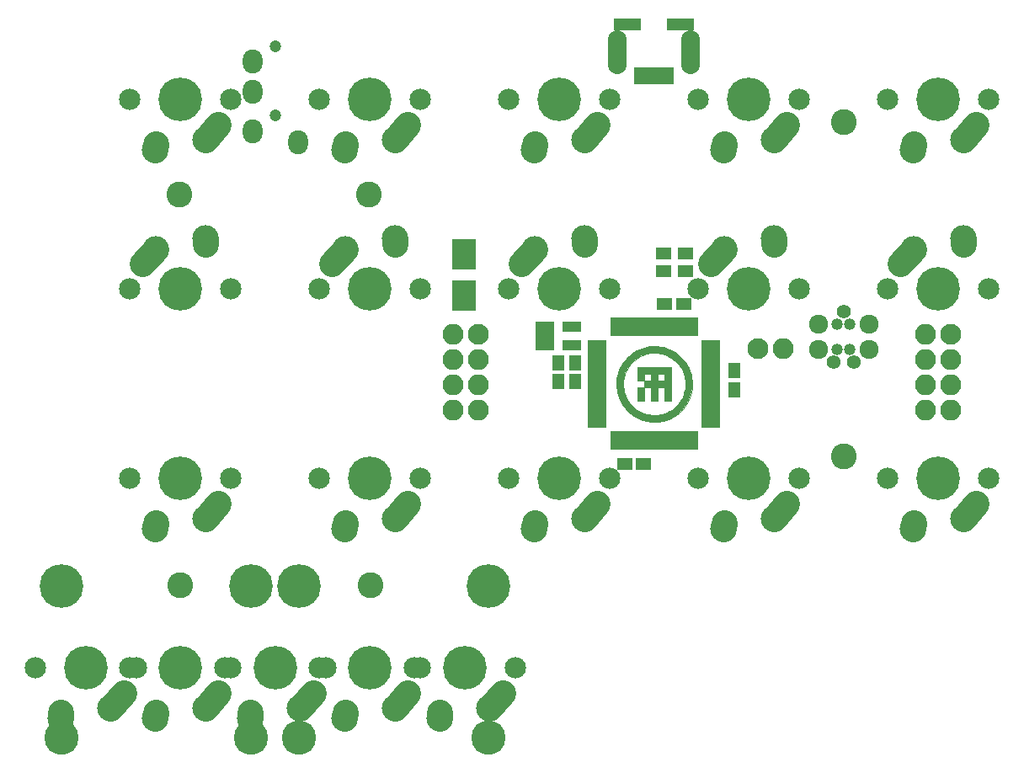
<source format=gbs>
G04 #@! TF.FileFunction,Soldermask,Bot*
%FSLAX46Y46*%
G04 Gerber Fmt 4.6, Leading zero omitted, Abs format (unit mm)*
G04 Created by KiCad (PCBNEW 4.0.7) date 06/12/18 21:15:04*
%MOMM*%
%LPD*%
G01*
G04 APERTURE LIST*
%ADD10C,0.100000*%
%ADD11C,0.010000*%
%ADD12C,2.100000*%
%ADD13O,2.100000X2.100000*%
%ADD14O,2.000000X2.400000*%
%ADD15C,1.200000*%
%ADD16C,2.650000*%
%ADD17C,2.650000*%
%ADD18C,4.387800*%
%ADD19C,2.150000*%
%ADD20R,2.750000X1.200000*%
%ADD21R,0.900000X1.800000*%
%ADD22O,1.900000X4.400000*%
%ADD23C,3.448000*%
%ADD24R,0.950000X1.900000*%
%ADD25R,1.900000X0.950000*%
%ADD26R,1.600000X1.150000*%
%ADD27R,1.960000X1.050000*%
%ADD28C,1.184860*%
%ADD29C,1.388060*%
%ADD30C,1.385520*%
%ADD31C,1.924000*%
%ADD32R,1.150000X1.600000*%
%ADD33R,1.600000X1.300000*%
%ADD34R,2.430000X3.050000*%
%ADD35C,2.600000*%
G04 APERTURE END LIST*
D10*
D11*
G36*
X109247928Y-76941189D02*
X108967719Y-76967606D01*
X108688222Y-77014253D01*
X108672440Y-77017498D01*
X108414784Y-77081256D01*
X108160906Y-77164424D01*
X107912338Y-77266214D01*
X107670615Y-77385839D01*
X107437269Y-77522513D01*
X107213834Y-77675449D01*
X107001844Y-77843861D01*
X106918180Y-77917574D01*
X106789656Y-78038716D01*
X106674171Y-78157560D01*
X106566226Y-78280124D01*
X106460320Y-78412429D01*
X106432625Y-78448920D01*
X106272573Y-78678117D01*
X106131321Y-78914839D01*
X106008652Y-79159571D01*
X105904348Y-79412797D01*
X105818191Y-79675001D01*
X105749962Y-79946669D01*
X105742061Y-79984349D01*
X105697077Y-80253043D01*
X105671568Y-80523734D01*
X105665523Y-80794760D01*
X105678933Y-81064460D01*
X105711786Y-81331174D01*
X105751510Y-81538805D01*
X105772725Y-81629136D01*
X105797252Y-81725222D01*
X105823383Y-81820842D01*
X105849412Y-81909774D01*
X105873629Y-81985799D01*
X105876675Y-81994760D01*
X105901238Y-82061831D01*
X105932247Y-82139542D01*
X105967838Y-82223783D01*
X106006150Y-82310446D01*
X106045316Y-82395423D01*
X106083476Y-82474603D01*
X106118763Y-82543880D01*
X106149316Y-82599144D01*
X106155477Y-82609440D01*
X106182393Y-82653496D01*
X106214511Y-82705976D01*
X106246390Y-82757995D01*
X106258101Y-82777080D01*
X106281871Y-82813897D01*
X106315055Y-82862646D01*
X106354704Y-82919134D01*
X106397868Y-82979165D01*
X106441600Y-83038545D01*
X106446858Y-83045577D01*
X106559806Y-83186934D01*
X106687295Y-83329896D01*
X106824563Y-83469705D01*
X106966855Y-83601601D01*
X107109409Y-83720826D01*
X107164423Y-83763142D01*
X107223434Y-83806740D01*
X107283611Y-83850133D01*
X107340759Y-83890371D01*
X107390683Y-83924506D01*
X107429189Y-83949590D01*
X107432920Y-83951899D01*
X107482189Y-83982114D01*
X107535555Y-84014791D01*
X107584130Y-84044492D01*
X107600560Y-84054523D01*
X107643303Y-84078779D01*
X107700935Y-84108823D01*
X107769527Y-84142778D01*
X107845152Y-84178766D01*
X107923881Y-84214908D01*
X108001784Y-84249326D01*
X108057760Y-84273067D01*
X108243263Y-84342496D01*
X108443159Y-84403300D01*
X108653018Y-84454509D01*
X108868408Y-84495149D01*
X109084899Y-84524249D01*
X109271880Y-84539487D01*
X109341376Y-84543258D01*
X109396538Y-84545889D01*
X109442571Y-84547376D01*
X109484679Y-84547713D01*
X109528065Y-84546897D01*
X109577934Y-84544921D01*
X109639489Y-84541781D01*
X109688440Y-84539103D01*
X109936453Y-84517123D01*
X110181133Y-84478472D01*
X110424594Y-84422613D01*
X110668947Y-84349004D01*
X110916305Y-84257109D01*
X111095600Y-84180154D01*
X111221152Y-84118740D01*
X111355205Y-84044829D01*
X111493117Y-83961422D01*
X111630246Y-83871521D01*
X111761950Y-83778126D01*
X111883586Y-83684238D01*
X111954120Y-83625177D01*
X112154055Y-83438597D01*
X112339909Y-83238787D01*
X112510945Y-83026987D01*
X112666427Y-82804442D01*
X112805618Y-82572393D01*
X112927781Y-82332082D01*
X113032178Y-82084752D01*
X113118074Y-81831645D01*
X113184730Y-81574004D01*
X113192502Y-81537560D01*
X113240295Y-81258121D01*
X113267856Y-80977937D01*
X113273685Y-80755160D01*
X112597697Y-80755160D01*
X112593165Y-80916576D01*
X112582534Y-81074864D01*
X112565871Y-81224418D01*
X112562527Y-81248000D01*
X112523489Y-81452477D01*
X112466413Y-81660207D01*
X112392601Y-81868217D01*
X112303358Y-82073533D01*
X112199987Y-82273183D01*
X112083792Y-82464192D01*
X111956076Y-82643589D01*
X111943421Y-82659882D01*
X111779552Y-82852881D01*
X111601535Y-83031566D01*
X111410291Y-83195253D01*
X111206742Y-83343259D01*
X110991812Y-83474897D01*
X110766421Y-83589486D01*
X110589306Y-83664511D01*
X110454797Y-83712037D01*
X110307913Y-83755558D01*
X110155639Y-83793372D01*
X110004961Y-83823776D01*
X109862865Y-83845068D01*
X109835760Y-83848118D01*
X109787881Y-83853189D01*
X109744537Y-83857816D01*
X109711636Y-83861367D01*
X109698600Y-83862803D01*
X109664098Y-83865205D01*
X109613720Y-83866783D01*
X109551893Y-83867571D01*
X109483043Y-83867605D01*
X109411598Y-83866917D01*
X109341983Y-83865543D01*
X109278626Y-83863517D01*
X109225952Y-83860873D01*
X109200760Y-83858952D01*
X108949221Y-83825687D01*
X108701301Y-83772859D01*
X108458594Y-83700948D01*
X108222691Y-83610433D01*
X107995182Y-83501794D01*
X107967851Y-83487200D01*
X107890455Y-83442671D01*
X107803277Y-83387940D01*
X107711495Y-83326558D01*
X107620289Y-83262073D01*
X107534835Y-83198037D01*
X107468480Y-83144853D01*
X107280706Y-82975257D01*
X107108692Y-82793134D01*
X106952847Y-82599266D01*
X106813576Y-82394434D01*
X106691286Y-82179421D01*
X106586383Y-81955008D01*
X106499276Y-81721977D01*
X106430368Y-81481111D01*
X106380069Y-81233192D01*
X106350075Y-80993945D01*
X106345390Y-80918703D01*
X106343037Y-80829408D01*
X106342893Y-80731427D01*
X106344832Y-80630128D01*
X106348732Y-80530878D01*
X106354470Y-80439045D01*
X106361920Y-80359996D01*
X106365290Y-80333600D01*
X106396345Y-80149267D01*
X106437118Y-79966650D01*
X106486130Y-79791607D01*
X106541899Y-79629994D01*
X106545489Y-79620694D01*
X106644848Y-79392026D01*
X106761060Y-79173053D01*
X106893197Y-78964718D01*
X107040333Y-78767964D01*
X107201539Y-78583733D01*
X107375889Y-78412969D01*
X107562455Y-78256615D01*
X107760311Y-78115613D01*
X107968528Y-77990906D01*
X108186179Y-77883437D01*
X108301600Y-77835141D01*
X108450173Y-77779021D01*
X108587163Y-77732725D01*
X108716815Y-77695465D01*
X108843376Y-77666448D01*
X108971090Y-77644886D01*
X109104203Y-77629987D01*
X109246961Y-77620962D01*
X109403608Y-77617020D01*
X109475080Y-77616691D01*
X109588252Y-77617333D01*
X109685361Y-77619392D01*
X109770639Y-77623234D01*
X109848317Y-77629228D01*
X109922626Y-77637741D01*
X109997798Y-77649143D01*
X110078062Y-77663801D01*
X110125320Y-77673263D01*
X110230225Y-77698066D01*
X110346887Y-77731330D01*
X110469631Y-77771078D01*
X110592781Y-77815330D01*
X110710662Y-77862107D01*
X110817598Y-77909430D01*
X110855655Y-77927880D01*
X111029885Y-78022488D01*
X111202445Y-78130819D01*
X111369509Y-78249995D01*
X111527253Y-78377137D01*
X111671851Y-78509367D01*
X111784596Y-78626991D01*
X111949231Y-78825509D01*
X112096163Y-79032933D01*
X112225061Y-79248559D01*
X112335597Y-79471687D01*
X112427440Y-79701615D01*
X112500262Y-79937641D01*
X112553732Y-80179062D01*
X112574009Y-80308200D01*
X112588187Y-80445366D01*
X112596060Y-80596222D01*
X112597697Y-80755160D01*
X113273685Y-80755160D01*
X113275192Y-80697596D01*
X113262310Y-80417691D01*
X113229218Y-80138811D01*
X113175922Y-79861548D01*
X113172303Y-79845920D01*
X113110805Y-79620283D01*
X113031555Y-79391785D01*
X112936059Y-79164046D01*
X112825825Y-78940686D01*
X112713690Y-78743824D01*
X112586561Y-78551283D01*
X112441750Y-78361270D01*
X112281896Y-78176601D01*
X112109634Y-78000092D01*
X111927602Y-77834558D01*
X111738437Y-77682815D01*
X111679536Y-77639572D01*
X111468924Y-77499375D01*
X111246464Y-77372255D01*
X111015366Y-77259681D01*
X110778841Y-77163122D01*
X110540099Y-77084048D01*
X110364080Y-77037697D01*
X110086926Y-76983259D01*
X109808122Y-76949023D01*
X109528259Y-76934998D01*
X109247928Y-76941189D01*
X109247928Y-76941189D01*
G37*
X109247928Y-76941189D02*
X108967719Y-76967606D01*
X108688222Y-77014253D01*
X108672440Y-77017498D01*
X108414784Y-77081256D01*
X108160906Y-77164424D01*
X107912338Y-77266214D01*
X107670615Y-77385839D01*
X107437269Y-77522513D01*
X107213834Y-77675449D01*
X107001844Y-77843861D01*
X106918180Y-77917574D01*
X106789656Y-78038716D01*
X106674171Y-78157560D01*
X106566226Y-78280124D01*
X106460320Y-78412429D01*
X106432625Y-78448920D01*
X106272573Y-78678117D01*
X106131321Y-78914839D01*
X106008652Y-79159571D01*
X105904348Y-79412797D01*
X105818191Y-79675001D01*
X105749962Y-79946669D01*
X105742061Y-79984349D01*
X105697077Y-80253043D01*
X105671568Y-80523734D01*
X105665523Y-80794760D01*
X105678933Y-81064460D01*
X105711786Y-81331174D01*
X105751510Y-81538805D01*
X105772725Y-81629136D01*
X105797252Y-81725222D01*
X105823383Y-81820842D01*
X105849412Y-81909774D01*
X105873629Y-81985799D01*
X105876675Y-81994760D01*
X105901238Y-82061831D01*
X105932247Y-82139542D01*
X105967838Y-82223783D01*
X106006150Y-82310446D01*
X106045316Y-82395423D01*
X106083476Y-82474603D01*
X106118763Y-82543880D01*
X106149316Y-82599144D01*
X106155477Y-82609440D01*
X106182393Y-82653496D01*
X106214511Y-82705976D01*
X106246390Y-82757995D01*
X106258101Y-82777080D01*
X106281871Y-82813897D01*
X106315055Y-82862646D01*
X106354704Y-82919134D01*
X106397868Y-82979165D01*
X106441600Y-83038545D01*
X106446858Y-83045577D01*
X106559806Y-83186934D01*
X106687295Y-83329896D01*
X106824563Y-83469705D01*
X106966855Y-83601601D01*
X107109409Y-83720826D01*
X107164423Y-83763142D01*
X107223434Y-83806740D01*
X107283611Y-83850133D01*
X107340759Y-83890371D01*
X107390683Y-83924506D01*
X107429189Y-83949590D01*
X107432920Y-83951899D01*
X107482189Y-83982114D01*
X107535555Y-84014791D01*
X107584130Y-84044492D01*
X107600560Y-84054523D01*
X107643303Y-84078779D01*
X107700935Y-84108823D01*
X107769527Y-84142778D01*
X107845152Y-84178766D01*
X107923881Y-84214908D01*
X108001784Y-84249326D01*
X108057760Y-84273067D01*
X108243263Y-84342496D01*
X108443159Y-84403300D01*
X108653018Y-84454509D01*
X108868408Y-84495149D01*
X109084899Y-84524249D01*
X109271880Y-84539487D01*
X109341376Y-84543258D01*
X109396538Y-84545889D01*
X109442571Y-84547376D01*
X109484679Y-84547713D01*
X109528065Y-84546897D01*
X109577934Y-84544921D01*
X109639489Y-84541781D01*
X109688440Y-84539103D01*
X109936453Y-84517123D01*
X110181133Y-84478472D01*
X110424594Y-84422613D01*
X110668947Y-84349004D01*
X110916305Y-84257109D01*
X111095600Y-84180154D01*
X111221152Y-84118740D01*
X111355205Y-84044829D01*
X111493117Y-83961422D01*
X111630246Y-83871521D01*
X111761950Y-83778126D01*
X111883586Y-83684238D01*
X111954120Y-83625177D01*
X112154055Y-83438597D01*
X112339909Y-83238787D01*
X112510945Y-83026987D01*
X112666427Y-82804442D01*
X112805618Y-82572393D01*
X112927781Y-82332082D01*
X113032178Y-82084752D01*
X113118074Y-81831645D01*
X113184730Y-81574004D01*
X113192502Y-81537560D01*
X113240295Y-81258121D01*
X113267856Y-80977937D01*
X113273685Y-80755160D01*
X112597697Y-80755160D01*
X112593165Y-80916576D01*
X112582534Y-81074864D01*
X112565871Y-81224418D01*
X112562527Y-81248000D01*
X112523489Y-81452477D01*
X112466413Y-81660207D01*
X112392601Y-81868217D01*
X112303358Y-82073533D01*
X112199987Y-82273183D01*
X112083792Y-82464192D01*
X111956076Y-82643589D01*
X111943421Y-82659882D01*
X111779552Y-82852881D01*
X111601535Y-83031566D01*
X111410291Y-83195253D01*
X111206742Y-83343259D01*
X110991812Y-83474897D01*
X110766421Y-83589486D01*
X110589306Y-83664511D01*
X110454797Y-83712037D01*
X110307913Y-83755558D01*
X110155639Y-83793372D01*
X110004961Y-83823776D01*
X109862865Y-83845068D01*
X109835760Y-83848118D01*
X109787881Y-83853189D01*
X109744537Y-83857816D01*
X109711636Y-83861367D01*
X109698600Y-83862803D01*
X109664098Y-83865205D01*
X109613720Y-83866783D01*
X109551893Y-83867571D01*
X109483043Y-83867605D01*
X109411598Y-83866917D01*
X109341983Y-83865543D01*
X109278626Y-83863517D01*
X109225952Y-83860873D01*
X109200760Y-83858952D01*
X108949221Y-83825687D01*
X108701301Y-83772859D01*
X108458594Y-83700948D01*
X108222691Y-83610433D01*
X107995182Y-83501794D01*
X107967851Y-83487200D01*
X107890455Y-83442671D01*
X107803277Y-83387940D01*
X107711495Y-83326558D01*
X107620289Y-83262073D01*
X107534835Y-83198037D01*
X107468480Y-83144853D01*
X107280706Y-82975257D01*
X107108692Y-82793134D01*
X106952847Y-82599266D01*
X106813576Y-82394434D01*
X106691286Y-82179421D01*
X106586383Y-81955008D01*
X106499276Y-81721977D01*
X106430368Y-81481111D01*
X106380069Y-81233192D01*
X106350075Y-80993945D01*
X106345390Y-80918703D01*
X106343037Y-80829408D01*
X106342893Y-80731427D01*
X106344832Y-80630128D01*
X106348732Y-80530878D01*
X106354470Y-80439045D01*
X106361920Y-80359996D01*
X106365290Y-80333600D01*
X106396345Y-80149267D01*
X106437118Y-79966650D01*
X106486130Y-79791607D01*
X106541899Y-79629994D01*
X106545489Y-79620694D01*
X106644848Y-79392026D01*
X106761060Y-79173053D01*
X106893197Y-78964718D01*
X107040333Y-78767964D01*
X107201539Y-78583733D01*
X107375889Y-78412969D01*
X107562455Y-78256615D01*
X107760311Y-78115613D01*
X107968528Y-77990906D01*
X108186179Y-77883437D01*
X108301600Y-77835141D01*
X108450173Y-77779021D01*
X108587163Y-77732725D01*
X108716815Y-77695465D01*
X108843376Y-77666448D01*
X108971090Y-77644886D01*
X109104203Y-77629987D01*
X109246961Y-77620962D01*
X109403608Y-77617020D01*
X109475080Y-77616691D01*
X109588252Y-77617333D01*
X109685361Y-77619392D01*
X109770639Y-77623234D01*
X109848317Y-77629228D01*
X109922626Y-77637741D01*
X109997798Y-77649143D01*
X110078062Y-77663801D01*
X110125320Y-77673263D01*
X110230225Y-77698066D01*
X110346887Y-77731330D01*
X110469631Y-77771078D01*
X110592781Y-77815330D01*
X110710662Y-77862107D01*
X110817598Y-77909430D01*
X110855655Y-77927880D01*
X111029885Y-78022488D01*
X111202445Y-78130819D01*
X111369509Y-78249995D01*
X111527253Y-78377137D01*
X111671851Y-78509367D01*
X111784596Y-78626991D01*
X111949231Y-78825509D01*
X112096163Y-79032933D01*
X112225061Y-79248559D01*
X112335597Y-79471687D01*
X112427440Y-79701615D01*
X112500262Y-79937641D01*
X112553732Y-80179062D01*
X112574009Y-80308200D01*
X112588187Y-80445366D01*
X112596060Y-80596222D01*
X112597697Y-80755160D01*
X113273685Y-80755160D01*
X113275192Y-80697596D01*
X113262310Y-80417691D01*
X113229218Y-80138811D01*
X113175922Y-79861548D01*
X113172303Y-79845920D01*
X113110805Y-79620283D01*
X113031555Y-79391785D01*
X112936059Y-79164046D01*
X112825825Y-78940686D01*
X112713690Y-78743824D01*
X112586561Y-78551283D01*
X112441750Y-78361270D01*
X112281896Y-78176601D01*
X112109634Y-78000092D01*
X111927602Y-77834558D01*
X111738437Y-77682815D01*
X111679536Y-77639572D01*
X111468924Y-77499375D01*
X111246464Y-77372255D01*
X111015366Y-77259681D01*
X110778841Y-77163122D01*
X110540099Y-77084048D01*
X110364080Y-77037697D01*
X110086926Y-76983259D01*
X109808122Y-76949023D01*
X109528259Y-76934998D01*
X109247928Y-76941189D01*
G36*
X107773280Y-80394560D02*
X108454000Y-80394560D01*
X108454000Y-79713840D01*
X108794496Y-79713840D01*
X109134991Y-79713839D01*
X109132316Y-80056740D01*
X109129640Y-80399640D01*
X108791820Y-80402316D01*
X108454000Y-80404993D01*
X108454000Y-81075280D01*
X109134720Y-81075280D01*
X109134720Y-82436720D01*
X109805136Y-82436720D01*
X109810360Y-81080360D01*
X110153260Y-81077684D01*
X110496160Y-81075009D01*
X110496160Y-82436720D01*
X111166720Y-82436720D01*
X111166720Y-80052371D01*
X110496160Y-80052371D01*
X110495960Y-80133414D01*
X110495393Y-80207918D01*
X110494505Y-80273462D01*
X110493347Y-80327626D01*
X110491965Y-80367990D01*
X110490410Y-80392135D01*
X110489252Y-80398081D01*
X110477789Y-80399658D01*
X110448437Y-80400949D01*
X110403627Y-80401924D01*
X110345790Y-80402554D01*
X110277356Y-80402808D01*
X110200755Y-80402656D01*
X110146352Y-80402314D01*
X109810360Y-80399640D01*
X109810360Y-79718920D01*
X110153260Y-79716244D01*
X110496160Y-79713569D01*
X110496160Y-80052371D01*
X111166720Y-80052371D01*
X111166720Y-79043280D01*
X107773280Y-79043280D01*
X107773280Y-80394560D01*
X107773280Y-80394560D01*
G37*
X107773280Y-80394560D02*
X108454000Y-80394560D01*
X108454000Y-79713840D01*
X108794496Y-79713840D01*
X109134991Y-79713839D01*
X109132316Y-80056740D01*
X109129640Y-80399640D01*
X108791820Y-80402316D01*
X108454000Y-80404993D01*
X108454000Y-81075280D01*
X109134720Y-81075280D01*
X109134720Y-82436720D01*
X109805136Y-82436720D01*
X109810360Y-81080360D01*
X110153260Y-81077684D01*
X110496160Y-81075009D01*
X110496160Y-82436720D01*
X111166720Y-82436720D01*
X111166720Y-80052371D01*
X110496160Y-80052371D01*
X110495960Y-80133414D01*
X110495393Y-80207918D01*
X110494505Y-80273462D01*
X110493347Y-80327626D01*
X110491965Y-80367990D01*
X110490410Y-80392135D01*
X110489252Y-80398081D01*
X110477789Y-80399658D01*
X110448437Y-80400949D01*
X110403627Y-80401924D01*
X110345790Y-80402554D01*
X110277356Y-80402808D01*
X110200755Y-80402656D01*
X110146352Y-80402314D01*
X109810360Y-80399640D01*
X109810360Y-79718920D01*
X110153260Y-79716244D01*
X110496160Y-79713569D01*
X110496160Y-80052371D01*
X111166720Y-80052371D01*
X111166720Y-79043280D01*
X107773280Y-79043280D01*
X107773280Y-80394560D01*
G36*
X107773280Y-82436720D02*
X108454145Y-82436720D01*
X108451533Y-81758540D01*
X108448920Y-81080360D01*
X107773280Y-81075006D01*
X107773280Y-82436720D01*
X107773280Y-82436720D01*
G37*
X107773280Y-82436720D02*
X108454145Y-82436720D01*
X108451533Y-81758540D01*
X108448920Y-81080360D01*
X107773280Y-81075006D01*
X107773280Y-82436720D01*
D12*
X139300000Y-75720000D03*
D13*
X136760000Y-75720000D03*
X139300000Y-78260000D03*
X136760000Y-78260000D03*
X139300000Y-80800000D03*
X136760000Y-80800000D03*
X139300000Y-83340000D03*
X136760000Y-83340000D03*
D14*
X73650000Y-56450000D03*
X69050000Y-55350000D03*
X69050000Y-48350000D03*
D15*
X71350000Y-53750000D03*
X71350000Y-46750000D03*
D14*
X69050000Y-51350000D03*
D16*
X59312500Y-56643750D02*
X59272500Y-57223750D01*
D17*
X59272500Y-57223750D03*
D16*
X65622500Y-54683750D02*
X64312498Y-56143750D01*
D18*
X61812500Y-52143750D03*
D17*
X64312500Y-56143750D03*
D19*
X66892500Y-52143750D03*
X56732500Y-52143750D03*
D16*
X64312500Y-66693750D02*
X64352500Y-66113750D01*
D17*
X64352500Y-66113750D03*
D16*
X58002500Y-68653750D02*
X59312502Y-67193750D01*
D18*
X61812500Y-71193750D03*
D17*
X59312500Y-67193750D03*
D19*
X56732500Y-71193750D03*
X66892500Y-71193750D03*
D16*
X78362500Y-56643750D02*
X78322500Y-57223750D01*
D17*
X78322500Y-57223750D03*
D16*
X84672500Y-54683750D02*
X83362498Y-56143750D01*
D18*
X80862500Y-52143750D03*
D17*
X83362500Y-56143750D03*
D19*
X85942500Y-52143750D03*
X75782500Y-52143750D03*
D16*
X83362500Y-66693750D02*
X83402500Y-66113750D01*
D17*
X83402500Y-66113750D03*
D16*
X77052500Y-68653750D02*
X78362502Y-67193750D01*
D18*
X80862500Y-71193750D03*
D17*
X78362500Y-67193750D03*
D19*
X75782500Y-71193750D03*
X85942500Y-71193750D03*
D16*
X97412500Y-56643750D02*
X97372500Y-57223750D01*
D17*
X97372500Y-57223750D03*
D16*
X103722500Y-54683750D02*
X102412498Y-56143750D01*
D18*
X99912500Y-52143750D03*
D17*
X102412500Y-56143750D03*
D19*
X104992500Y-52143750D03*
X94832500Y-52143750D03*
D16*
X102412500Y-66693750D02*
X102452500Y-66113750D01*
D17*
X102452500Y-66113750D03*
D16*
X96102500Y-68653750D02*
X97412502Y-67193750D01*
D18*
X99912500Y-71193750D03*
D17*
X97412500Y-67193750D03*
D19*
X94832500Y-71193750D03*
X104992500Y-71193750D03*
D16*
X116462500Y-56643750D02*
X116422500Y-57223750D01*
D17*
X116422500Y-57223750D03*
D16*
X122772500Y-54683750D02*
X121462498Y-56143750D01*
D18*
X118962500Y-52143750D03*
D17*
X121462500Y-56143750D03*
D19*
X124042500Y-52143750D03*
X113882500Y-52143750D03*
D16*
X121462500Y-66693750D02*
X121502500Y-66113750D01*
D17*
X121502500Y-66113750D03*
D16*
X115152500Y-68653750D02*
X116462502Y-67193750D01*
D18*
X118962500Y-71193750D03*
D17*
X116462500Y-67193750D03*
D19*
X113882500Y-71193750D03*
X124042500Y-71193750D03*
D16*
X135512500Y-56643750D02*
X135472500Y-57223750D01*
D17*
X135472500Y-57223750D03*
D16*
X141822500Y-54683750D02*
X140512498Y-56143750D01*
D18*
X138012500Y-52143750D03*
D17*
X140512500Y-56143750D03*
D19*
X143092500Y-52143750D03*
X132932500Y-52143750D03*
D16*
X140512500Y-66693750D02*
X140552500Y-66113750D01*
D17*
X140552500Y-66113750D03*
D16*
X134202500Y-68653750D02*
X135512502Y-67193750D01*
D18*
X138012500Y-71193750D03*
D17*
X135512500Y-67193750D03*
D19*
X132932500Y-71193750D03*
X143092500Y-71193750D03*
D20*
X112105000Y-44560000D03*
X106755000Y-44560000D03*
D21*
X107830000Y-49760000D03*
X108630000Y-49760000D03*
X109430000Y-49760000D03*
X110230000Y-49760000D03*
X111030000Y-49760000D03*
D22*
X105780000Y-47360000D03*
X113080000Y-47360000D03*
D16*
X59312500Y-94743750D02*
X59272500Y-95323750D01*
D17*
X59272500Y-95323750D03*
D16*
X65622500Y-92783750D02*
X64312498Y-94243750D01*
D18*
X61812500Y-90243750D03*
D17*
X64312500Y-94243750D03*
D19*
X66892500Y-90243750D03*
X56732500Y-90243750D03*
D16*
X78362500Y-94743750D02*
X78322500Y-95323750D01*
D17*
X78322500Y-95323750D03*
D16*
X84672500Y-92783750D02*
X83362498Y-94243750D01*
D18*
X80862500Y-90243750D03*
D17*
X83362500Y-94243750D03*
D19*
X85942500Y-90243750D03*
X75782500Y-90243750D03*
D16*
X97412500Y-94743750D02*
X97372500Y-95323750D01*
D17*
X97372500Y-95323750D03*
D16*
X103722500Y-92783750D02*
X102412498Y-94243750D01*
D18*
X99912500Y-90243750D03*
D17*
X102412500Y-94243750D03*
D19*
X104992500Y-90243750D03*
X94832500Y-90243750D03*
D16*
X116462500Y-94743750D02*
X116422500Y-95323750D01*
D17*
X116422500Y-95323750D03*
D16*
X122772500Y-92783750D02*
X121462498Y-94243750D01*
D18*
X118962500Y-90243750D03*
D17*
X121462500Y-94243750D03*
D19*
X124042500Y-90243750D03*
X113882500Y-90243750D03*
D16*
X135512500Y-94743750D02*
X135472500Y-95323750D01*
D17*
X135472500Y-95323750D03*
D16*
X141822500Y-92783750D02*
X140512498Y-94243750D01*
D18*
X138012500Y-90243750D03*
D17*
X140512500Y-94243750D03*
D19*
X143092500Y-90243750D03*
X132932500Y-90243750D03*
D16*
X49787500Y-113793750D02*
X49747500Y-114373750D01*
D17*
X49747500Y-114373750D03*
D16*
X56097500Y-111833750D02*
X54787498Y-113293750D01*
D18*
X52287500Y-109293750D03*
D17*
X54787500Y-113293750D03*
D19*
X57367500Y-109293750D03*
X47207500Y-109293750D03*
D16*
X78362500Y-113793750D02*
X78322500Y-114373750D01*
D17*
X78322500Y-114373750D03*
D16*
X84672500Y-111833750D02*
X83362498Y-113293750D01*
D18*
X80862500Y-109293750D03*
D17*
X83362500Y-113293750D03*
D19*
X85942500Y-109293750D03*
X75782500Y-109293750D03*
D23*
X92800500Y-116278750D03*
X68924500Y-116278750D03*
D18*
X92800500Y-101038750D03*
X68924500Y-101038750D03*
D16*
X87887500Y-113793750D02*
X87847500Y-114373750D01*
D17*
X87847500Y-114373750D03*
D16*
X94197500Y-111833750D02*
X92887498Y-113293750D01*
D18*
X90387500Y-109293750D03*
D17*
X92887500Y-113293750D03*
D19*
X95467500Y-109293750D03*
X85307500Y-109293750D03*
D16*
X59312500Y-113793750D02*
X59272500Y-114373750D01*
D17*
X59272500Y-114373750D03*
D16*
X65622500Y-111833750D02*
X64312498Y-113293750D01*
D18*
X61812500Y-109293750D03*
D17*
X64312500Y-113293750D03*
D19*
X66892500Y-109293750D03*
X56732500Y-109293750D03*
D23*
X73750500Y-116278750D03*
X49874500Y-116278750D03*
D18*
X73750500Y-101038750D03*
X49874500Y-101038750D03*
D16*
X68837500Y-113793750D02*
X68797500Y-114373750D01*
D17*
X68797500Y-114373750D03*
D16*
X75147500Y-111833750D02*
X73837498Y-113293750D01*
D18*
X71337500Y-109293750D03*
D17*
X73837500Y-113293750D03*
D19*
X76417500Y-109293750D03*
X66257500Y-109293750D03*
D24*
X113450000Y-86418750D03*
X112650000Y-86418750D03*
X111850000Y-86418750D03*
X111050000Y-86418750D03*
X110250000Y-86418750D03*
X109450000Y-86418750D03*
X108650000Y-86418750D03*
X107850000Y-86418750D03*
X107050000Y-86418750D03*
X106250000Y-86418750D03*
X105450000Y-86418750D03*
D25*
X103750000Y-84718750D03*
X103750000Y-83918750D03*
X103750000Y-83118750D03*
X103750000Y-82318750D03*
X103750000Y-81518750D03*
X103750000Y-80718750D03*
X103750000Y-79918750D03*
X103750000Y-79118750D03*
X103750000Y-78318750D03*
X103750000Y-77518750D03*
X103750000Y-76718750D03*
D24*
X105450000Y-75018750D03*
X106250000Y-75018750D03*
X107050000Y-75018750D03*
X107850000Y-75018750D03*
X108650000Y-75018750D03*
X109450000Y-75018750D03*
X110250000Y-75018750D03*
X111050000Y-75018750D03*
X111850000Y-75018750D03*
X112650000Y-75018750D03*
X113450000Y-75018750D03*
D25*
X115150000Y-76718750D03*
X115150000Y-77518750D03*
X115150000Y-78318750D03*
X115150000Y-79118750D03*
X115150000Y-79918750D03*
X115150000Y-80718750D03*
X115150000Y-81518750D03*
X115150000Y-82318750D03*
X115150000Y-83118750D03*
X115150000Y-83918750D03*
X115150000Y-84718750D03*
D26*
X106500000Y-88750000D03*
X108400000Y-88750000D03*
D12*
X91730000Y-75760000D03*
D13*
X89190000Y-75760000D03*
X91730000Y-78300000D03*
X89190000Y-78300000D03*
X91730000Y-80840000D03*
X89190000Y-80840000D03*
X91730000Y-83380000D03*
X89190000Y-83380000D03*
D27*
X98450000Y-76850000D03*
X98450000Y-75900000D03*
X98450000Y-74950000D03*
X101150000Y-74950000D03*
X101150000Y-76850000D03*
D28*
X129135000Y-74700000D03*
X127865000Y-74700000D03*
X129135000Y-77240000D03*
X127865000Y-77240000D03*
D29*
X128500000Y-73430000D03*
D30*
X127484000Y-78510000D03*
X129516000Y-78510000D03*
D31*
X131040000Y-74700000D03*
X125960000Y-74700000D03*
X131040000Y-77240000D03*
X125960000Y-77240000D03*
D32*
X99800000Y-78600000D03*
X99800000Y-80500000D03*
X101500000Y-78600000D03*
X101500000Y-80500000D03*
X117500000Y-81300000D03*
X117500000Y-79400000D03*
D26*
X112400000Y-72700000D03*
X110500000Y-72700000D03*
D33*
X110400000Y-69400000D03*
X112600000Y-69400000D03*
X110400000Y-67600000D03*
X112600000Y-67600000D03*
D34*
X90330000Y-71870000D03*
X90330000Y-67690000D03*
D12*
X119900000Y-77200000D03*
D13*
X122440000Y-77200000D03*
D35*
X61800000Y-101000000D03*
X80900000Y-100950000D03*
X128500000Y-88000000D03*
X128500000Y-54400000D03*
X80800000Y-61650000D03*
X61750000Y-61650000D03*
M02*

</source>
